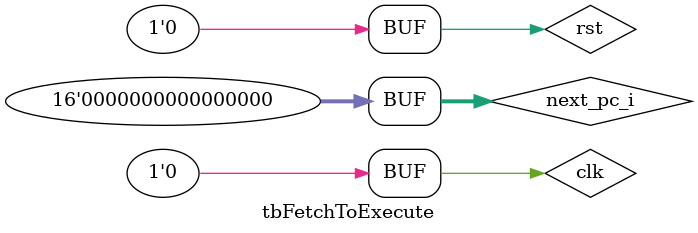
<source format=sv>
module tbFetchToExecute #(
    parameter REGI_BITS = 4,
    parameter VECT_BITS = 2,
    parameter VECT_LANES = 3,
    parameter MEMO_LINES = 64,
    parameter REGI_SIZE = 16,
    parameter VECT_SIZE = 8,
    parameter ELEM_SIZE = 8
)();
    logic                 clk, rst;
    logic [REGI_SIZE-1:0] next_pc_p1;

    // Fetch Var
    logic        int_we;
    logic [REGI_SIZE-1:0] int_a_i, int_wd_i;
    logic [REGI_SIZE-1:0] int_rd_o;
    logic [REGI_SIZE-1:0] next_pc_i;
    logic [REGI_SIZE-1:0] instr_p, instr_o;

    // Decode Var
	 logic [REGI_BITS-1:0]             reg_dest_o;
	 logic [VECT_BITS-1:0]             vec_dest_o;
	 logic [REGI_SIZE-1:0]             intOper1;
	 logic [REGI_SIZE-1:0]             intOper2;
	 logic [(ELEM_SIZE*VECT_SIZE)-1:0] vOper1;
	 logic [(ELEM_SIZE*VECT_SIZE)-1:0] vOper2;
	 logic [(ELEM_SIZE*VECT_SIZE)-1:0] vOperImm, vOperCop;
	 logic [REGI_BITS-1:0] intRegDest;
	 logic [VECT_BITS-1:0] vecRegDest; 
	 logic [1:0] cond;
	 logic enableAluInt;
	 logic enableAluV;
	 logic enableMem;
	 logic enableJump;
	 logic enableSwap;
	 logic flagEnd;
	 logic flagNop;
	 logic flagImm;
	 logic [7:0] ImmOut;
	 logic [2:0] aluOpcode;
	 logic [9:0] jumpAddress;
	 logic flagMemRead;
	 logic flagMemWrite;
	 logic [2:0] swapBitOrigin;
	 logic [2:0] swapBitDest;
	 logic isOper1V;
	 logic isOper2V;
	 logic isOper1Int;
	 logic isOper2Int;
	 logic writeResultInt;
	 logic writeResultV;
	 logic [3:0] alu_flags_o;
    

    fStage #(REGI_BITS, REGI_SIZE) 
        dut(.clk_i(clk), .rst_i(rst),
            .next_pc_i(next_pc_i),
            .next_pc_o(next_pc_p1),
            .instr_o(instr_p)
            );

    fPipe #(REGI_BITS, REGI_SIZE) 
        ifid_pipe(.clk_i(clk), .rst_i(rst),
            .next_pc_i(next_pc_p1),
            .instr_i(instr_p),
            .next_pc_o(next_pc_i),
            .instr_o(instr_o)
            );

    superDecoder #(REGI_BITS, VECT_BITS, VECT_LANES, MEMO_LINES, REGI_SIZE, VECT_SIZE, ELEM_SIZE)
        decoder(.clk(clk||rst), .rst(rst), 
            .instruction(instr_o),
            .next_pc_i(next_pc_i),
            .reg_dest_o(reg_dest_o),
            .vec_dest_o(vec_dest_o),
            .vOper1(vOper1), 
            .vOper2(vOper2),
            .intOper1(intOper1), 
            .intOper2(intOper2), 
            .vOperImm(vOperImm), 
            .vOperCop(vOperCop),
            .alu_flags_i(alu_flags_o),
            .cond(cond),
            .enableAluInt(enableAluInt), 
            .enableAluV(enableAluV), 
            .enableMem(enableMem), 
            .enableJump(enableJump), 
            .flagImm(flagImm), 
            .ImmOut(ImmOut),
            .jumpAddress(jumpAddress),
            .flagEnd(flagEnd),
            .flagNop(flagNop),
            .flagMemRead(flagMemRead),
            .flagMemWrite(flagMemWrite),
            .swapBitOrigin(swapBitOrigin),
            .swapBitDest(swapBitDest),
            .intRegDest(intRegDest),
            //.vRegDest(vRegDest),
            .enableSwap(enableSwap),
            .aluOpcode(aluOpcode),
            .isOper1V(isOper1V),
	        .isOper2V(isOper2V),
            .isOper1Int(isOper1Int),
            .isOper2Int(isOper2Int),
            .writeResultInt(writeResultInt),
            .writeResultV(writeResultV)
            );
    
    // Execute Var
     logic             [ELEM_SIZE-1:0] ialu_res_o;
     logic [(ELEM_SIZE*VECT_SIZE)-1:0] valu_res_o;
     logic                             enableMem_o;
     logic                             enableReg_o;
	 logic                             enableJump_o;
     logic                             flagMemRead_o;
	 logic                             flagMemWrite_o;
     logic                             isOper1V_o;
	 logic isOper2V_o;
	 logic isOper1Int_o;
	 logic isOper2Int_o;
	 logic writeResultInt_o;
	 logic writeResultV_o;
    
    superExecute #(REGI_BITS, VECT_BITS, VECT_LANES, MEMO_LINES, REGI_SIZE, VECT_SIZE, ELEM_SIZE)
        execute(.clk_i(clk), .rst_i(rst),
            .int_rsa_i(intOper1), 
            .int_rsb_i(intOper2),
            .vec_rsa_i(vOper1), 
            .vec_rsb_i(vOper2),
            .cond(cond),
            .enableAluInt(enableAluInt), 
            .enableAluV(enableAluV), 
            .enableMem(enableMem), 
            .enableJump(enableJump), 
            .enableReg(enableReg),
            .flagImm(flagImm), 
            .ImmOut(ImmOut),
            .jumpAddress(jumpAddress),
            .flagEnd(flagEnd),
            .flagNop(flagNop),
            .flagMemRead(flagMemRead),
            .flagMemWrite(flagMemWrite),
            .swapBitOrigin(swapBitOrigin),
            .swapBitDest(swapBitDest),
            .enableSwap(enableSwap),
            .aluOpcode(aluOpcode),
            .ialu_res_o(ialu_res_o),
            .valu_res_o(valu_res_o),
            .enableMem_o(enableMem_o),
            .enableReg_o(enableReg_o), 
            .enableJump_o(enableJump_o), 
            .flagMemRead_o(flagMemRead_o),
            .flagMemWrite_o(flagMemWrite_o),
            .alu_flags_o(alu_flags_o)
            );
    
    initial begin
        #0 
        rst <= 1;
        
        #50
        rst <= 0;
        next_pc_i <= 0;
    end
    always begin
        #5 clk <= 1;
        #5 clk <= 0;
    end
endmodule
</source>
